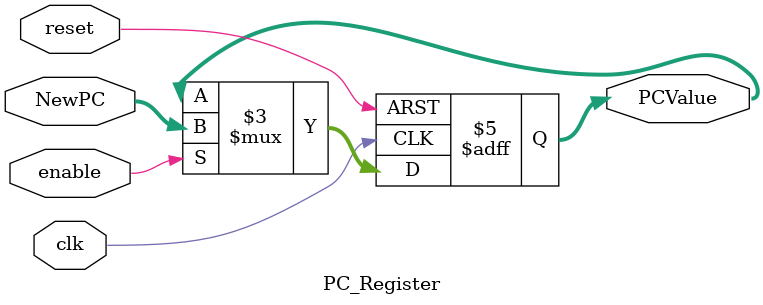
<source format=v>
/******************************************************************
* Description
*	This is a register of 32-bit that corresponds to the PC counter. 
*	This register does not have an enable signal.
* Version:
*	1.0
* Author:
*	Dr. José Luis Pizano Escalante
* email:
*	luispizano@iteso.mx
* Date:
*	01/03/2014
******************************************************************/
module PC_Register
#(
	parameter N=32
)
(
	input clk,
	input reset,
	input enable,
	input  [N-1:0] NewPC,
	
	
	output reg [N-1:0] PCValue
);

always@(negedge reset or posedge clk) begin
	if(reset==0)
		PCValue <= 32'h0040_0000;
	else
		if(enable)
			PCValue<=NewPC;
end

endmodule
</source>
